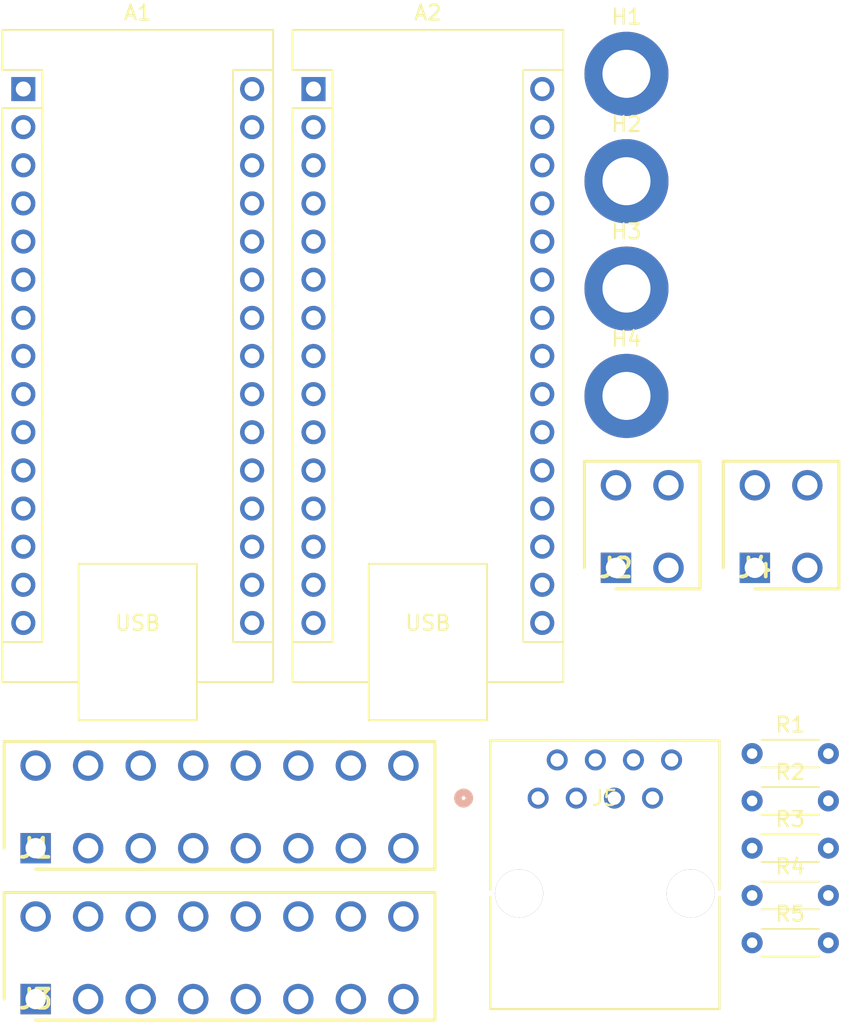
<source format=kicad_pcb>
(kicad_pcb (version 20221018) (generator pcbnew)
  (layers (0 "F.Cu" signal) (31 "B.Cu" signal) (34 "B.Paste" user) (35 "F.Paste" user) (36 "B.SilkS" user "B.Silkscreen") (37 "F.SilkS" user "F.Silkscreen") (38 "B.Mask" user) (39 "F.Mask" user) (44 "Edge.Cuts" user))
  (net 0 "")
  (net 4 "GND")
  (net 9 "Net-(A1-D6)")
  (net 10 "Net-(A1-D7)")
  (net 27 "Cycle Power")
  (net 34 "Net-(A2-D3)")
  (net 37 "Net-(A2-D6)")
  (net 38 "Net-(A2-D7)")
  (net 48 "Burn Pin")
  (net 49 "Break Wire")
  (net 51 "LCD{slash}SDA")
  (net 52 "LCD{slash}SCL")
  (net 55 "Terminal Power")
  (net 58 "+5V")
  (net 59 "Arduino Power")
  (net 60 "Arm Key")
  (net 61 "Fuel Vent Out")
  (net 62 "OxVent Out")
  (net 75 "+24V")
  (net 84 "Net-(K1-Pad2)")
  (net 85 "Net-(K2-Pad2)")
  (net 86 "Net-(K3-Pad2)")
  (net 87 "Net-(K4-Pad2)")
  (net 88 "Net-(K5-Pad2)")
  (footprint "Resistor_THT:R_Axial_DIN0204_L3.6mm_D1.6mm_P5.08mm_Horizontal" (layer "F.Cu") (at 119.29 90.73)
    (fp_text reference "R2" (at 2.54 -1.92) (layer "F.SilkS"))
    (fp_text value "R")
    (fp_line (start 0.62 -0.92) (end 4.46 -0.92) (stroke (width 0.12)) (layer "F.SilkS"))
    (fp_line (start 0.62 0.92) (end 4.46 0.92) (stroke (width 0.12)) (layer "F.SilkS"))
    (pad "1" thru_hole circle (at 0 0) (size 1.4 1.4) (drill 0.7) (layers "*.Cu" "*.Mask") (net 85 "Net-(K2-Pad2)"))
    (pad "2" thru_hole oval (at 5.08 0) (size 1.4 1.4) (drill 0.7) (layers "*.Cu" "*.Mask") (net 10 "Net-(A1-D7)"))
  )
  (footprint "MountingHole:MountingHole_3.2mm_M3_DIN965_Pad_TopBottom" (layer "F.Cu") (at 110.92 42.31)
    (fp_text reference "H1" (at 0 -3.8) (layer "F.SilkS"))
    (fp_text value "MountingHole_Pad")
    (pad "1" thru_hole circle (at 0 0) (size 3.6 3.6) (drill 3.2) (layers "*.Cu" "*.Mask") (net 4 "GND"))
    (pad "1" connect circle (at 0 0) (size 5.6 5.6) (layers "F.Cu" "F.Mask") (net 4 "GND"))
    (pad "1" connect circle (at 0 0) (size 5.6 5.6) (layers "B.Cu" "B.Mask") (net 4 "GND"))
  )
  (footprint "TBLH10V-350-02BK:RHDR4W80P550X350_2X2_770X850X1420P" (layer "F.Cu") (at 110.22 75.21)
    (fp_text reference "J2" (at 0 0) (layer "F.SilkS") (effects (font (size 1.27 1.27) (thickness 0.254))))
    (fp_text value "TBLH10V-350-02BK" hide)
    (fp_line (start -2.1 -7.1) (end -2.1 0) (stroke (width 0.2)) (layer "F.SilkS"))
    (fp_line (start 0 1.4) (end 5.6 1.4) (stroke (width 0.2)) (layer "F.SilkS"))
    (fp_line (start 5.6 -7.1) (end -2.1 -7.1) (stroke (width 0.2)) (layer "F.SilkS"))
    (fp_line (start 5.6 1.4) (end 5.6 -7.1) (stroke (width 0.2)) (layer "F.SilkS"))
    (pad "1" thru_hole rect (at 0 0) (size 2.025 2.025) (drill 1.35) (layers "*.Cu" "*.Mask") (net 4 "GND"))
    (pad "2" thru_hole circle (at 0 -5.5) (size 2.025 2.025) (drill 1.35) (layers "*.Cu" "*.Mask") (net 4 "GND"))
    (pad "3" thru_hole circle (at 3.5 0) (size 2.025 2.025) (drill 1.35) (layers "*.Cu" "*.Mask") (net 58 "+5V"))
    (pad "4" thru_hole circle (at 3.5 -5.5) (size 2.025 2.025) (drill 1.35) (layers "*.Cu" "*.Mask") (net 58 "+5V"))
  )
  (footprint "MountingHole:MountingHole_3.2mm_M3_DIN965_Pad_TopBottom" (layer "F.Cu") (at 110.92 56.61)
    (fp_text reference "H3" (at 0 -3.8) (layer "F.SilkS"))
    (fp_text value "MountingHole_Pad")
    (pad "1" thru_hole circle (at 0 0) (size 3.6 3.6) (drill 3.2) (layers "*.Cu" "*.Mask") (net 4 "GND"))
    (pad "1" connect circle (at 0 0) (size 5.6 5.6) (layers "F.Cu" "F.Mask") (net 4 "GND"))
    (pad "1" connect circle (at 0 0) (size 5.6 5.6) (layers "B.Cu" "B.Mask") (net 4 "GND"))
  )
  (footprint "TBLH10V-350-08BK:RHDR16W80P550X350_2X8_2870X850X1420P" (layer "F.Cu") (at 71.56 93.88)
    (fp_text reference "J1" (at 0 0) (layer "F.SilkS") (effects (font (size 1.27 1.27) (thickness 0.254))))
    (fp_text value "TBLH10V-350-08BK" hide)
    (fp_line (start -2.1 -7.1) (end -2.1 0) (stroke (width 0.2)) (layer "F.SilkS"))
    (fp_line (start 0 1.4) (end 26.6 1.4) (stroke (width 0.2)) (layer "F.SilkS"))
    (fp_line (start 26.6 -7.1) (end -2.1 -7.1) (stroke (width 0.2)) (layer "F.SilkS"))
    (fp_line (start 26.6 1.4) (end 26.6 -7.1) (stroke (width 0.2)) (layer "F.SilkS"))
    (pad "1" thru_hole rect (at 0 0) (size 2.025 2.025) (drill 1.35) (layers "*.Cu" "*.Mask") (net 58 "+5V"))
    (pad "2" thru_hole circle (at 0 -5.5) (size 2.025 2.025) (drill 1.35) (layers "*.Cu" "*.Mask") (net 58 "+5V"))
    (pad "3" thru_hole circle (at 3.5 0) (size 2.025 2.025) (drill 1.35) (layers "*.Cu" "*.Mask") (net 59 "Arduino Power"))
    (pad "4" thru_hole circle (at 3.5 -5.5) (size 2.025 2.025) (drill 1.35) (layers "*.Cu" "*.Mask") (net 59 "Arduino Power"))
    (pad "5" thru_hole circle (at 7 0) (size 2.025 2.025) (drill 1.35) (layers "*.Cu" "*.Mask") (net 59 "Arduino Power"))
    (pad "6" thru_hole circle (at 7 -5.5) (size 2.025 2.025) (drill 1.35) (layers "*.Cu" "*.Mask") (net 59 "Arduino Power"))
    (pad "7" thru_hole circle (at 10.5 0) (size 2.025 2.025) (drill 1.35) (layers "*.Cu" "*.Mask") (net 59 "Arduino Power"))
    (pad "8" thru_hole circle (at 10.5 -5.5) (size 2.025 2.025) (drill 1.35) (layers "*.Cu" "*.Mask") (net 59 "Arduino Power"))
    (pad "9" thru_hole circle (at 14 0) (size 2.025 2.025) (drill 1.35) (layers "*.Cu" "*.Mask") (net 27 "Cycle Power"))
    (pad "10" thru_hole circle (at 14 -5.5) (size 2.025 2.025) (drill 1.35) (layers "*.Cu" "*.Mask") (net 27 "Cycle Power"))
    (pad "11" thru_hole circle (at 17.5 0) (size 2.025 2.025) (drill 1.35) (layers "*.Cu" "*.Mask") (net 60 "Arm Key"))
    (pad "12" thru_hole circle (at 17.5 -5.5) (size 2.025 2.025) (drill 1.35) (layers "*.Cu" "*.Mask") (net 60 "Arm Key"))
    (pad "13" thru_hole circle (at 21 0) (size 2.025 2.025) (drill 1.35) (layers "*.Cu" "*.Mask") (net 60 "Arm Key"))
    (pad "14" thru_hole circle (at 21 -5.5) (size 2.025 2.025) (drill 1.35) (layers "*.Cu" "*.Mask") (net 60 "Arm Key"))
    (pad "15" thru_hole circle (at 24.5 0) (size 2.025 2.025) (drill 1.35) (layers "*.Cu" "*.Mask") (net 55 "Terminal Power"))
    (pad "16" thru_hole circle (at 24.5 -5.5) (size 2.025 2.025) (drill 1.35) (layers "*.Cu" "*.Mask") (net 55 "Terminal Power"))
  )
  (footprint "MountingHole:MountingHole_3.2mm_M3_DIN965_Pad_TopBottom" (layer "F.Cu") (at 110.92 49.46)
    (fp_text reference "H2" (at 0 -3.8) (layer "F.SilkS"))
    (fp_text value "MountingHole_Pad")
    (pad "1" thru_hole circle (at 0 0) (size 3.6 3.6) (drill 3.2) (layers "*.Cu" "*.Mask") (net 4 "GND"))
    (pad "1" connect circle (at 0 0) (size 5.6 5.6) (layers "F.Cu" "F.Mask") (net 4 "GND"))
    (pad "1" connect circle (at 0 0) (size 5.6 5.6) (layers "B.Cu" "B.Mask") (net 4 "GND"))
  )
  (footprint "Resistor_THT:R_Axial_DIN0204_L3.6mm_D1.6mm_P5.08mm_Horizontal" (layer "F.Cu") (at 119.29 87.58)
    (fp_text reference "R1" (at 2.54 -1.92) (layer "F.SilkS"))
    (fp_text value "R")
    (fp_line (start 0.62 -0.92) (end 4.46 -0.92) (stroke (width 0.12)) (layer "F.SilkS"))
    (fp_line (start 0.62 0.92) (end 4.46 0.92) (stroke (width 0.12)) (layer "F.SilkS"))
    (pad "1" thru_hole circle (at 0 0) (size 1.4 1.4) (drill 0.7) (layers "*.Cu" "*.Mask") (net 84 "Net-(K1-Pad2)"))
    (pad "2" thru_hole oval (at 5.08 0) (size 1.4 1.4) (drill 0.7) (layers "*.Cu" "*.Mask") (net 9 "Net-(A1-D6)"))
  )
  (footprint "Module:Arduino_Nano" (layer "F.Cu") (at 70.74 43.32)
    (fp_text reference "A1" (at 7.62 -5.08) (layer "F.SilkS"))
    (fp_text value "Arduino_Nano_Every")
    (fp_text user "USB" (at 7.62 35.56 unlocked) (layer "F.SilkS"))
    (fp_line (start -1.4 -3.94) (end -1.4 -1.27) (stroke (width 0.12)) (layer "F.SilkS"))
    (fp_line (start -1.4 1.27) (end -1.4 39.5) (stroke (width 0.12)) (layer "F.SilkS"))
    (fp_line (start -1.4 39.5) (end 3.68 39.5) (stroke (width 0.12)) (layer "F.SilkS"))
    (fp_line (start 1.27 -1.27) (end -1.4 -1.27) (stroke (width 0.12)) (layer "F.SilkS"))
    (fp_line (start 1.27 1.27) (end -1.4 1.27) (stroke (width 0.12)) (layer "F.SilkS"))
    (fp_line (start 1.27 1.27) (end 1.27 -1.27) (stroke (width 0.12)) (layer "F.SilkS"))
    (fp_line (start 1.27 1.27) (end 1.27 36.83) (stroke (width 0.12)) (layer "F.SilkS"))
    (fp_line (start 1.27 36.83) (end -1.4 36.83) (stroke (width 0.12)) (layer "F.SilkS"))
    (fp_line (start 3.68 31.62) (end 11.56 31.62) (stroke (width 0.12)) (layer "F.SilkS"))
    (fp_line (start 3.68 42.04) (end 3.68 31.62) (stroke (width 0.12)) (layer "F.SilkS"))
    (fp_line (start 11.56 31.62) (end 11.56 42.04) (stroke (width 0.12)) (layer "F.SilkS"))
    (fp_line (start 11.56 42.04) (end 3.68 42.04) (stroke (width 0.12)) (layer "F.SilkS"))
    (fp_line (start 13.97 -1.27) (end 13.97 36.83) (stroke (width 0.12)) (layer "F.SilkS"))
    (fp_line (start 13.97 -1.27) (end 16.64 -1.27) (stroke (width 0.12)) (layer "F.SilkS"))
    (fp_line (start 13.97 36.83) (end 16.64 36.83) (stroke (width 0.12)) (layer "F.SilkS"))
    (fp_line (start 16.64 -3.94) (end -1.4 -3.94) (stroke (width 0.12)) (layer "F.SilkS"))
    (fp_line (start 16.64 39.5) (end 11.56 39.5) (stroke (width 0.12)) (layer "F.SilkS"))
    (fp_line (start 16.64 39.5) (end 16.64 -3.94) (stroke (width 0.12)) (layer "F.SilkS"))
    (pad "1" thru_hole rect (at 0 0) (size 1.6 1.6) (drill 1) (layers "*.Cu" "*.Mask"))
    (pad "2" thru_hole oval (at 0 2.54) (size 1.6 1.6) (drill 1) (layers "*.Cu" "*.Mask"))
    (pad "3" thru_hole oval (at 0 5.08) (size 1.6 1.6) (drill 1) (layers "*.Cu" "*.Mask"))
    (pad "4" thru_hole oval (at 0 7.62) (size 1.6 1.6) (drill 1) (layers "*.Cu" "*.Mask") (net 4 "GND"))
    (pad "5" thru_hole oval (at 0 10.16) (size 1.6 1.6) (drill 1) (layers "*.Cu" "*.Mask"))
    (pad "6" thru_hole oval (at 0 12.7) (size 1.6 1.6) (drill 1) (layers "*.Cu" "*.Mask"))
    (pad "7" thru_hole oval (at 0 15.24) (size 1.6 1.6) (drill 1) (layers "*.Cu" "*.Mask"))
    (pad "8" thru_hole oval (at 0 17.78) (size 1.6 1.6) (drill 1) (layers "*.Cu" "*.Mask"))
    (pad "9" thru_hole oval (at 0 20.32) (size 1.6 1.6) (drill 1) (layers "*.Cu" "*.Mask") (net 9 "Net-(A1-D6)"))
    (pad "10" thru_hole oval (at 0 22.86) (size 1.6 1.6) (drill 1) (layers "*.Cu" "*.Mask") (net 10 "Net-(A1-D7)"))
    (pad "11" thru_hole oval (at 0 25.4) (size 1.6 1.6) (drill 1) (layers "*.Cu" "*.Mask"))
    (pad "12" thru_hole oval (at 0 27.94) (size 1.6 1.6) (drill 1) (layers "*.Cu" "*.Mask"))
    (pad "13" thru_hole oval (at 0 30.48) (size 1.6 1.6) (drill 1) (layers "*.Cu" "*.Mask"))
    (pad "14" thru_hole oval (at 0 33.02) (size 1.6 1.6) (drill 1) (layers "*.Cu" "*.Mask"))
    (pad "15" thru_hole oval (at 0 35.56) (size 1.6 1.6) (drill 1) (layers "*.Cu" "*.Mask"))
    (pad "16" thru_hole oval (at 15.24 35.56) (size 1.6 1.6) (drill 1) (layers "*.Cu" "*.Mask"))
    (pad "17" thru_hole oval (at 15.24 33.02) (size 1.6 1.6) (drill 1) (layers "*.Cu" "*.Mask"))
    (pad "18" thru_hole oval (at 15.24 30.48) (size 1.6 1.6) (drill 1) (layers "*.Cu" "*.Mask"))
    (pad "19" thru_hole oval (at 15.24 27.94) (size 1.6 1.6) (drill 1) (layers "*.Cu" "*.Mask"))
    (pad "20" thru_hole oval (at 15.24 25.4) (size 1.6 1.6) (drill 1) (layers "*.Cu" "*.Mask"))
    (pad "21" thru_hole oval (at 15.24 22.86) (size 1.6 1.6) (drill 1) (layers "*.Cu" "*.Mask"))
    (pad "22" thru_hole oval (at 15.24 20.32) (size 1.6 1.6) (drill 1) (layers "*.Cu" "*.Mask"))
    (pad "23" thru_hole oval (at 15.24 17.78) (size 1.6 1.6) (drill 1) (layers "*.Cu" "*.Mask"))
    (pad "24" thru_hole oval (at 15.24 15.24) (size 1.6 1.6) (drill 1) (layers "*.Cu" "*.Mask"))
    (pad "25" thru_hole oval (at 15.24 12.7) (size 1.6 1.6) (drill 1) (layers "*.Cu" "*.Mask"))
    (pad "26" thru_hole oval (at 15.24 10.16) (size 1.6 1.6) (drill 1) (layers "*.Cu" "*.Mask"))
    (pad "27" thru_hole oval (at 15.24 7.62) (size 1.6 1.6) (drill 1) (layers "*.Cu" "*.Mask") (net 27 "Cycle Power"))
    (pad "28" thru_hole oval (at 15.24 5.08) (size 1.6 1.6) (drill 1) (layers "*.Cu" "*.Mask"))
    (pad "29" thru_hole oval (at 15.24 2.54) (size 1.6 1.6) (drill 1) (layers "*.Cu" "*.Mask") (net 4 "GND"))
    (pad "30" thru_hole oval (at 15.24 0) (size 1.6 1.6) (drill 1) (layers "*.Cu" "*.Mask"))
  )
  (footprint "TBLH10V-350-02BK:RHDR4W80P550X350_2X2_770X850X1420P" (layer "F.Cu") (at 119.47 75.21)
    (fp_text reference "J4" (at 0 0) (layer "F.SilkS") (effects (font (size 1.27 1.27) (thickness 0.254))))
    (fp_text value "TBLH10V-350-02BK" hide)
    (fp_line (start -2.1 -7.1) (end -2.1 0) (stroke (width 0.2)) (layer "F.SilkS"))
    (fp_line (start 0 1.4) (end 5.6 1.4) (stroke (width 0.2)) (layer "F.SilkS"))
    (fp_line (start 5.6 -7.1) (end -2.1 -7.1) (stroke (width 0.2)) (layer "F.SilkS"))
    (fp_line (start 5.6 1.4) (end 5.6 -7.1) (stroke (width 0.2)) (layer "F.SilkS"))
    (pad "1" thru_hole rect (at 0 0) (size 2.025 2.025) (drill 1.35) (layers "*.Cu" "*.Mask") (net 4 "GND"))
    (pad "2" thru_hole circle (at 0 -5.5) (size 2.025 2.025) (drill 1.35) (layers "*.Cu" "*.Mask") (net 4 "GND"))
    (pad "3" thru_hole circle (at 3.5 0) (size 2.025 2.025) (drill 1.35) (layers "*.Cu" "*.Mask") (net 75 "+24V"))
    (pad "4" thru_hole circle (at 3.5 -5.5) (size 2.025 2.025) (drill 1.35) (layers "*.Cu" "*.Mask") (net 75 "+24V"))
  )
  (footprint "TBLH10V-350-08BK:RHDR16W80P550X350_2X8_2870X850X1420P" (layer "F.Cu") (at 71.56 103.93)
    (fp_text reference "J3" (at 0 0) (layer "F.SilkS") (effects (font (size 1.27 1.27) (thickness 0.254))))
    (fp_text value "TBLH10V-350-08BK" hide)
    (fp_line (start -2.1 -7.1) (end -2.1 0) (stroke (width 0.2)) (layer "F.SilkS"))
    (fp_line (start 0 1.4) (end 26.6 1.4) (stroke (width 0.2)) (layer "F.SilkS"))
    (fp_line (start 26.6 -7.1) (end -2.1 -7.1) (stroke (width 0.2)) (layer "F.SilkS"))
    (fp_line (start 26.6 1.4) (end 26.6 -7.1) (stroke (width 0.2)) (layer "F.SilkS"))
    (pad "1" thru_hole rect (at 0 0) (size 2.025 2.025) (drill 1.35) (layers "*.Cu" "*.Mask") (net 61 "Fuel Vent Out"))
    (pad "2" thru_hole circle (at 0 -5.5) (size 2.025 2.025) (drill 1.35) (layers "*.Cu" "*.Mask") (net 61 "Fuel Vent Out"))
    (pad "3" thru_hole circle (at 3.5 0) (size 2.025 2.025) (drill 1.35) (layers "*.Cu" "*.Mask") (net 62 "OxVent Out"))
    (pad "4" thru_hole circle (at 3.5 -5.5) (size 2.025 2.025) (drill 1.35) (layers "*.Cu" "*.Mask") (net 62 "OxVent Out"))
    (pad "5" thru_hole circle (at 7 0) (size 2.025 2.025) (drill 1.35) (layers "*.Cu" "*.Mask"))
    (pad "6" thru_hole circle (at 7 -5.5) (size 2.025 2.025) (drill 1.35) (layers "*.Cu" "*.Mask"))
    (pad "7" thru_hole circle (at 10.5 0) (size 2.025 2.025) (drill 1.35) (layers "*.Cu" "*.Mask"))
    (pad "8" thru_hole circle (at 10.5 -5.5) (size 2.025 2.025) (drill 1.35) (layers "*.Cu" "*.Mask"))
    (pad "9" thru_hole circle (at 14 0) (size 2.025 2.025) (drill 1.35) (layers "*.Cu" "*.Mask"))
    (pad "10" thru_hole circle (at 14 -5.5) (size 2.025 2.025) (drill 1.35) (layers "*.Cu" "*.Mask"))
    (pad "11" thru_hole circle (at 17.5 0) (size 2.025 2.025) (drill 1.35) (layers "*.Cu" "*.Mask"))
    (pad "12" thru_hole circle (at 17.5 -5.5) (size 2.025 2.025) (drill 1.35) (layers "*.Cu" "*.Mask"))
    (pad "13" thru_hole circle (at 21 0) (size 2.025 2.025) (drill 1.35) (layers "*.Cu" "*.Mask"))
    (pad "14" thru_hole circle (at 21 -5.5) (size 2.025 2.025) (drill 1.35) (layers "*.Cu" "*.Mask"))
    (pad "15" thru_hole circle (at 24.5 0) (size 2.025 2.025) (drill 1.35) (layers "*.Cu" "*.Mask"))
    (pad "16" thru_hole circle (at 24.5 -5.5) (size 2.025 2.025) (drill 1.35) (layers "*.Cu" "*.Mask"))
  )
  (footprint "Resistor_THT:R_Axial_DIN0204_L3.6mm_D1.6mm_P5.08mm_Horizontal" (layer "F.Cu") (at 119.29 100.18)
    (fp_text reference "R5" (at 2.54 -1.92) (layer "F.SilkS"))
    (fp_text value "R")
    (fp_line (start 0.62 -0.92) (end 4.46 -0.92) (stroke (width 0.12)) (layer "F.SilkS"))
    (fp_line (start 0.62 0.92) (end 4.46 0.92) (stroke (width 0.12)) (layer "F.SilkS"))
    (pad "1" thru_hole circle (at 0 0) (size 1.4 1.4) (drill 0.7) (layers "*.Cu" "*.Mask") (net 88 "Net-(K5-Pad2)"))
    (pad "2" thru_hole oval (at 5.08 0) (size 1.4 1.4) (drill 0.7) (layers "*.Cu" "*.Mask") (net 34 "Net-(A2-D3)"))
  )
  (footprint "MountingHole:MountingHole_3.2mm_M3_DIN965_Pad_TopBottom" (layer "F.Cu") (at 110.92 63.76)
    (fp_text reference "H4" (at 0 -3.8) (layer "F.SilkS"))
    (fp_text value "MountingHole_Pad")
    (pad "1" thru_hole circle (at 0 0) (size 3.6 3.6) (drill 3.2) (layers "*.Cu" "*.Mask") (net 4 "GND"))
    (pad "1" connect circle (at 0 0) (size 5.6 5.6) (layers "F.Cu" "F.Mask") (net 4 "GND"))
    (pad "1" connect circle (at 0 0) (size 5.6 5.6) (layers "B.Cu" "B.Mask") (net 4 "GND"))
  )
  (footprint "MTJ-889X1:CONN_MTJ-889X1_ADM" (layer "F.Cu") (at 105.0357 90.5436)
    (fp_text reference "J5" (at 4.445 0 unlocked) (layer "F.SilkS"))
    (fp_text value "MTJ-889X1")
    (fp_circle (center -4.9657 0) (end -4.5847 0) (stroke (width 0.508)) (fill none) (layer "B.SilkS"))
    (fp_line (start -3.1877 -3.8354) (end -3.1877 6.107753) (stroke (width 0.1524)) (layer "F.SilkS"))
    (fp_line (start -3.1877 6.592247) (end -3.1877 14.0462) (stroke (width 0.1524)) (layer "F.SilkS"))
    (fp_line (start -3.1877 14.0462) (end 12.0777 14.0462) (stroke (width 0.1524)) (layer "F.SilkS"))
    (fp_line (start 12.0777 -3.8354) (end -3.1877 -3.8354) (stroke (width 0.1524)) (layer "F.SilkS"))
    (fp_line (start 12.0777 6.107753) (end 12.0777 -3.8354) (stroke (width 0.1524)) (layer "F.SilkS"))
    (fp_line (start 12.0777 14.0462) (end 12.0777 6.592247) (stroke (width 0.1524)) (layer "F.SilkS"))
    (fp_circle (center -4.9657 0) (end -4.5847 0) (stroke (width 0.508)) (fill none) (layer "F.SilkS"))
    (pad "1" thru_hole circle (at 0 0) (size 1.397 1.397) (drill 0.889) (layers "*.Cu" "*.Mask"))
    (pad "2" thru_hole circle (at 1.27 -2.54) (size 1.397 1.397) (drill 0.889) (layers "*.Cu" "*.Mask"))
    (pad "3" thru_hole circle (at 2.54 0) (size 1.397 1.397) (drill 0.889) (layers "*.Cu" "*.Mask"))
    (pad "4" thru_hole circle (at 3.81 -2.54) (size 1.397 1.397) (drill 0.889) (layers "*.Cu" "*.Mask"))
    (pad "5" thru_hole circle (at 5.08 0) (size 1.397 1.397) (drill 0.889) (layers "*.Cu" "*.Mask"))
    (pad "6" thru_hole circle (at 6.35 -2.54) (size 1.397 1.397) (drill 0.889) (layers "*.Cu" "*.Mask"))
    (pad "7" thru_hole circle (at 7.62 0) (size 1.397 1.397) (drill 0.889) (layers "*.Cu" "*.Mask"))
    (pad "8" thru_hole circle (at 8.89 -2.54) (size 1.397 1.397) (drill 0.889) (layers "*.Cu" "*.Mask"))
    (pad "9" thru_hole circle (at -1.27 6.35) (size 3.2004 3.2004) (drill 3.2004) (layers "*.Cu" "*.Mask"))
    (pad "10" thru_hole circle (at 10.16 6.35) (size 3.2004 3.2004) (drill 3.2004) (layers "*.Cu" "*.Mask"))
  )
  (footprint "Resistor_THT:R_Axial_DIN0204_L3.6mm_D1.6mm_P5.08mm_Horizontal" (layer "F.Cu") (at 119.29 97.03)
    (fp_text reference "R4" (at 2.54 -1.92) (layer "F.SilkS"))
    (fp_text value "R")
    (fp_line (start 0.62 -0.92) (end 4.46 -0.92) (stroke (width 0.12)) (layer "F.SilkS"))
    (fp_line (start 0.62 0.92) (end 4.46 0.92) (stroke (width 0.12)) (layer "F.SilkS"))
    (pad "1" thru_hole circle (at 0 0) (size 1.4 1.4) (drill 0.7) (layers "*.Cu" "*.Mask") (net 87 "Net-(K4-Pad2)"))
    (pad "2" thru_hole oval (at 5.08 0) (size 1.4 1.4) (drill 0.7) (layers "*.Cu" "*.Mask") (net 38 "Net-(A2-D7)"))
  )
  (footprint "Resistor_THT:R_Axial_DIN0204_L3.6mm_D1.6mm_P5.08mm_Horizontal" (layer "F.Cu") (at 119.29 93.88)
    (fp_text reference "R3" (at 2.54 -1.92) (layer "F.SilkS"))
    (fp_text value "R")
    (fp_line (start 0.62 -0.92) (end 4.46 -0.92) (stroke (width 0.12)) (layer "F.SilkS"))
    (fp_line (start 0.62 0.92) (end 4.46 0.92) (stroke (width 0.12)) (layer "F.SilkS"))
    (pad "1" thru_hole circle (at 0 0) (size 1.4 1.4) (drill 0.7) (layers "*.Cu" "*.Mask") (net 86 "Net-(K3-Pad2)"))
    (pad "2" thru_hole oval (at 5.08 0) (size 1.4 1.4) (drill 0.7) (layers "*.Cu" "*.Mask") (net 37 "Net-(A2-D6)"))
  )
  (footprint "Module:Arduino_Nano" (layer "F.Cu") (at 90.07 43.32)
    (fp_text reference "A2" (at 7.62 -5.08) (layer "F.SilkS"))
    (fp_text value "Arduino_Nano_Every")
    (fp_text user "USB" (at 7.62 35.56 unlocked) (layer "F.SilkS"))
    (fp_line (start -1.4 -3.94) (end -1.4 -1.27) (stroke (width 0.12)) (layer "F.SilkS"))
    (fp_line (start -1.4 1.27) (end -1.4 39.5) (stroke (width 0.12)) (layer "F.SilkS"))
    (fp_line (start -1.4 39.5) (end 3.68 39.5) (stroke (width 0.12)) (layer "F.SilkS"))
    (fp_line (start 1.27 -1.27) (end -1.4 -1.27) (stroke (width 0.12)) (layer "F.SilkS"))
    (fp_line (start 1.27 1.27) (end -1.4 1.27) (stroke (width 0.12)) (layer "F.SilkS"))
    (fp_line (start 1.27 1.27) (end 1.27 -1.27) (stroke (width 0.12)) (layer "F.SilkS"))
    (fp_line (start 1.27 1.27) (end 1.27 36.83) (stroke (width 0.12)) (layer "F.SilkS"))
    (fp_line (start 1.27 36.83) (end -1.4 36.83) (stroke (width 0.12)) (layer "F.SilkS"))
    (fp_line (start 3.68 31.62) (end 11.56 31.62) (stroke (width 0.12)) (layer "F.SilkS"))
    (fp_line (start 3.68 42.04) (end 3.68 31.62) (stroke (width 0.12)) (layer "F.SilkS"))
    (fp_line (start 11.56 31.62) (end 11.56 42.04) (stroke (width 0.12)) (layer "F.SilkS"))
    (fp_line (start 11.56 42.04) (end 3.68 42.04) (stroke (width 0.12)) (layer "F.SilkS"))
    (fp_line (start 13.97 -1.27) (end 13.97 36.83) (stroke (width 0.12)) (layer "F.SilkS"))
    (fp_line (start 13.97 -1.27) (end 16.64 -1.27) (stroke (width 0.12)) (layer "F.SilkS"))
    (fp_line (start 13.97 36.83) (end 16.64 36.83) (stroke (width 0.12)) (layer "F.SilkS"))
    (fp_line (start 16.64 -3.94) (end -1.4 -3.94) (stroke (width 0.12)) (layer "F.SilkS"))
    (fp_line (start 16.64 39.5) (end 11.56 39.5) (stroke (width 0.12)) (layer "F.SilkS"))
    (fp_line (start 16.64 39.5) (end 16.64 -3.94) (stroke (width 0.12)) (layer "F.SilkS"))
    (pad "1" thru_hole rect (at 0 0) (size 1.6 1.6) (drill 1) (layers "*.Cu" "*.Mask"))
    (pad "2" thru_hole oval (at 0 2.54) (size 1.6 1.6) (drill 1) (layers "*.Cu" "*.Mask"))
    (pad "3" thru_hole oval (at 0 5.08) (size 1.6 1.6) (drill 1) (layers "*.Cu" "*.Mask"))
    (pad "4" thru_hole oval (at 0 7.62) (size 1.6 1.6) (drill 1) (layers "*.Cu" "*.Mask") (net 4 "GND"))
    (pad "5" thru_hole oval (at 0 10.16) (size 1.6 1.6) (drill 1) (layers "*.Cu" "*.Mask"))
    (pad "6" thru_hole oval (at 0 12.7) (size 1.6 1.6) (drill 1) (layers "*.Cu" "*.Mask") (net 34 "Net-(A2-D3)"))
    (pad "7" thru_hole oval (at 0 15.24) (size 1.6 1.6) (drill 1) (layers "*.Cu" "*.Mask"))
    (pad "8" thru_hole oval (at 0 17.78) (size 1.6 1.6) (drill 1) (layers "*.Cu" "*.Mask"))
    (pad "9" thru_hole oval (at 0 20.32) (size 1.6 1.6) (drill 1) (layers "*.Cu" "*.Mask") (net 37 "Net-(A2-D6)"))
    (pad "10" thru_hole oval (at 0 22.86) (size 1.6 1.6) (drill 1) (layers "*.Cu" "*.Mask") (net 38 "Net-(A2-D7)"))
    (pad "11" thru_hole oval (at 0 25.4) (size 1.6 1.6) (drill 1) (layers "*.Cu" "*.Mask"))
    (pad "12" thru_hole oval (at 0 27.94) (size 1.6 1.6) (drill 1) (layers "*.Cu" "*.Mask"))
    (pad "13" thru_hole oval (at 0 30.48) (size 1.6 1.6) (drill 1) (layers "*.Cu" "*.Mask"))
    (pad "14" thru_hole oval (at 0 33.02) (size 1.6 1.6) (drill 1) (layers "*.Cu" "*.Mask"))
    (pad "15" thru_hole oval (at 0 35.56) (size 1.6 1.6) (drill 1) (layers "*.Cu" "*.Mask"))
    (pad "16" thru_hole oval (at 15.24 35.56) (size 1.6 1.6) (drill 1) (layers "*.Cu" "*.Mask"))
    (pad "17" thru_hole oval (at 15.24 33.02) (size 1.6 1.6) (drill 1) (layers "*.Cu" "*.Mask"))
    (pad "18" thru_hole oval (at 15.24 30.48) (size 1.6 1.6) (drill 1) (layers "*.Cu" "*.Mask"))
    (pad "19" thru_hole oval (at 15.24 27.94) (size 1.6 1.6) (drill 1) (layers "*.Cu" "*.Mask"))
    (pad "20" thru_hole oval (at 15.24 25.4) (size 1.6 1.6) (drill 1) (layers "*.Cu" "*.Mask") (net 48 "Burn Pin"))
    (pad "21" thru_hole oval (at 15.24 22.86) (size 1.6 1.6) (drill 1) (layers "*.Cu" "*.Mask") (net 49 "Break Wire"))
    (pad "22" thru_hole oval (at 15.24 20.32) (size 1.6 1.6) (drill 1) (layers "*.Cu" "*.Mask"))
    (pad "23" thru_hole oval (at 15.24 17.78) (size 1.6 1.6) (drill 1) (layers "*.Cu" "*.Mask") (net 51 "LCD{slash}SDA"))
    (pad "24" thru_hole oval (at 15.24 15.24) (size 1.6 1.6) (drill 1) (layers "*.Cu" "*.Mask") (net 52 "LCD{slash}SCL"))
    (pad "25" thru_hole oval (at 15.24 12.7) (size 1.6 1.6) (drill 1) (layers "*.Cu" "*.Mask"))
    (pad "26" thru_hole oval (at 15.24 10.16) (size 1.6 1.6) (drill 1) (layers "*.Cu" "*.Mask"))
    (pad "27" thru_hole oval (at 15.24 7.62) (size 1.6 1.6) (drill 1) (layers "*.Cu" "*.Mask") (net 55 "Terminal Power"))
    (pad "28" thru_hole oval (at 15.24 5.08) (size 1.6 1.6) (drill 1) (layers "*.Cu" "*.Mask"))
    (pad "29" thru_hole oval (at 15.24 2.54) (size 1.6 1.6) (drill 1) (layers "*.Cu" "*.Mask") (net 4 "GND"))
    (pad "30" thru_hole oval (at 15.24 0) (size 1.6 1.6) (drill 1) (layers "*.Cu" "*.Mask"))
  )
)
</source>
